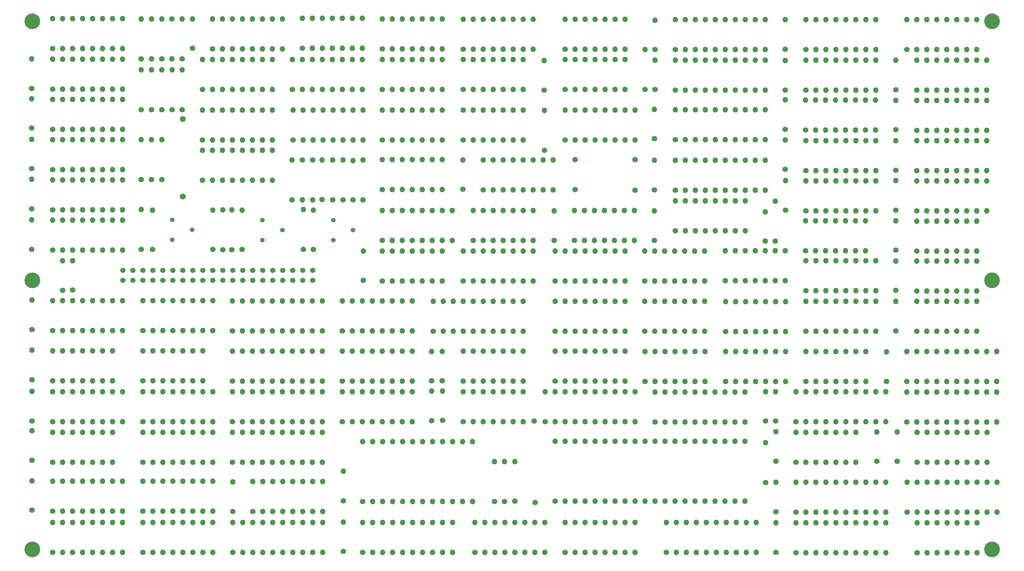
<source format=gbr>
%TF.GenerationSoftware,KiCad,Pcbnew,(5.1.12)-1*%
%TF.CreationDate,2023-01-17T10:45:45+01:00*%
%TF.ProjectId,Graphics,47726170-6869-4637-932e-6b696361645f,rev?*%
%TF.SameCoordinates,Original*%
%TF.FileFunction,Soldermask,Top*%
%TF.FilePolarity,Negative*%
%FSLAX46Y46*%
G04 Gerber Fmt 4.6, Leading zero omitted, Abs format (unit mm)*
G04 Created by KiCad (PCBNEW (5.1.12)-1) date 2023-01-17 10:45:45*
%MOMM*%
%LPD*%
G01*
G04 APERTURE LIST*
%ADD10O,1.400000X1.400000*%
%ADD11C,1.400000*%
%ADD12O,1.200000X1.200000*%
%ADD13C,1.350000*%
%ADD14C,4.000000*%
%ADD15C,1.500000*%
G04 APERTURE END LIST*
D10*
%TO.C,R18*%
X55300000Y-53640000D03*
D11*
X55300000Y-63800000D03*
%TD*%
D10*
%TO.C,U85*%
X111550000Y-130560000D03*
X139490000Y-145800000D03*
X114090000Y-130560000D03*
X136950000Y-145800000D03*
X116630000Y-130560000D03*
X134410000Y-145800000D03*
X119170000Y-130560000D03*
X131870000Y-145800000D03*
X121710000Y-130560000D03*
X129330000Y-145800000D03*
X124250000Y-130560000D03*
X126790000Y-145800000D03*
X126790000Y-130560000D03*
X124250000Y-145800000D03*
X129330000Y-130560000D03*
X121710000Y-145800000D03*
X131870000Y-130560000D03*
X119170000Y-145800000D03*
X134410000Y-130560000D03*
X116630000Y-145800000D03*
X136950000Y-130560000D03*
X114090000Y-145800000D03*
X139490000Y-130560000D03*
D11*
X111550000Y-145800000D03*
%TD*%
D12*
%TO.C,Q3*%
X63200000Y-74020000D03*
X68240000Y-76560000D03*
X63200000Y-79100000D03*
%TD*%
%TO.C,Q2*%
X86110000Y-74120000D03*
X91150000Y-76660000D03*
X86110000Y-79200000D03*
%TD*%
%TO.C,Q1*%
X104100000Y-74120000D03*
X109140000Y-76660000D03*
X104100000Y-79200000D03*
%TD*%
D13*
%TO.C,J1*%
X50590000Y-89500000D03*
X50590000Y-86960000D03*
X53130000Y-89500000D03*
X53130000Y-86960000D03*
X55670000Y-89500000D03*
X55670000Y-86960000D03*
X58210000Y-89500000D03*
X58210000Y-86960000D03*
X60750000Y-89500000D03*
X60750000Y-86960000D03*
X63290000Y-89500000D03*
X63290000Y-86960000D03*
X65830000Y-89500000D03*
X65830000Y-86960000D03*
X68370000Y-89500000D03*
X68370000Y-86960000D03*
X70910000Y-89500000D03*
X70910000Y-86960000D03*
X73450000Y-89500000D03*
X73450000Y-86960000D03*
X75990000Y-89500000D03*
X75990000Y-86960000D03*
X78530000Y-89500000D03*
X78530000Y-86960000D03*
X81070000Y-89500000D03*
X81070000Y-86960000D03*
X83610000Y-89500000D03*
X83610000Y-86960000D03*
X86150000Y-89500000D03*
X86150000Y-86960000D03*
X88690000Y-89500000D03*
X88690000Y-86960000D03*
X91230000Y-89500000D03*
X91230000Y-86960000D03*
X93770000Y-89500000D03*
X93770000Y-86960000D03*
X96310000Y-89500000D03*
X96310000Y-86960000D03*
X98850000Y-89500000D03*
X98850000Y-86960000D03*
%TD*%
D11*
%TO.C,C50*%
X155420000Y-146040000D03*
X155200000Y-125300000D03*
%TD*%
%TO.C,U31*%
X180820000Y-66540000D03*
X180830000Y-58750000D03*
X165590000Y-58750000D03*
X165590000Y-66370000D03*
%TD*%
D10*
%TO.C,U84*%
X160500000Y-130460000D03*
X208760000Y-145700000D03*
X163040000Y-130460000D03*
X206220000Y-145700000D03*
X165580000Y-130460000D03*
X203680000Y-145700000D03*
X168120000Y-130460000D03*
X201140000Y-145700000D03*
X170660000Y-130460000D03*
X198600000Y-145700000D03*
X173200000Y-130460000D03*
X196060000Y-145700000D03*
X175740000Y-130460000D03*
X193520000Y-145700000D03*
X178280000Y-130460000D03*
X190980000Y-145700000D03*
X180820000Y-130460000D03*
X188440000Y-145700000D03*
X183360000Y-130460000D03*
X185900000Y-145700000D03*
X185900000Y-130460000D03*
X183360000Y-145700000D03*
X188440000Y-130460000D03*
X180820000Y-145700000D03*
X190980000Y-130460000D03*
X178280000Y-145700000D03*
X193520000Y-130460000D03*
X175740000Y-145700000D03*
X196060000Y-130460000D03*
X173200000Y-145700000D03*
X198600000Y-130460000D03*
X170660000Y-145700000D03*
X201140000Y-130460000D03*
X168120000Y-145700000D03*
X203680000Y-130460000D03*
X165580000Y-145700000D03*
X206220000Y-130460000D03*
X163040000Y-145700000D03*
X208760000Y-130460000D03*
D11*
X160500000Y-145700000D03*
%TD*%
D10*
%TO.C,U90*%
X221730000Y-140880000D03*
X244590000Y-148500000D03*
X224270000Y-140880000D03*
X242050000Y-148500000D03*
X226810000Y-140880000D03*
X239510000Y-148500000D03*
X229350000Y-140880000D03*
X236970000Y-148500000D03*
X231890000Y-140880000D03*
X234430000Y-148500000D03*
X234430000Y-140880000D03*
X231890000Y-148500000D03*
X236970000Y-140880000D03*
X229350000Y-148500000D03*
X239510000Y-140880000D03*
X226810000Y-148500000D03*
X242050000Y-140880000D03*
X224270000Y-148500000D03*
X244590000Y-140880000D03*
D11*
X221730000Y-148500000D03*
%TD*%
D10*
%TO.C,U19*%
X252500000Y-43630000D03*
X270280000Y-51250000D03*
X255040000Y-43630000D03*
X267740000Y-51250000D03*
X257580000Y-43630000D03*
X265200000Y-51250000D03*
X260120000Y-43630000D03*
X262660000Y-51250000D03*
X262660000Y-43630000D03*
X260120000Y-51250000D03*
X265200000Y-43630000D03*
X257580000Y-51250000D03*
X267740000Y-43630000D03*
X255040000Y-51250000D03*
X270280000Y-43630000D03*
D11*
X252500000Y-51250000D03*
%TD*%
D10*
%TO.C,U1*%
X249950000Y-23080000D03*
X267730000Y-30700000D03*
X252490000Y-23080000D03*
X265190000Y-30700000D03*
X255030000Y-23080000D03*
X262650000Y-30700000D03*
X257570000Y-23080000D03*
X260110000Y-30700000D03*
X260110000Y-23080000D03*
X257570000Y-30700000D03*
X262650000Y-23080000D03*
X255030000Y-30700000D03*
X265190000Y-23080000D03*
X252490000Y-30700000D03*
X267730000Y-23080000D03*
D11*
X249950000Y-30700000D03*
%TD*%
D10*
%TO.C,U2*%
X224250000Y-23080000D03*
X242030000Y-30700000D03*
X226790000Y-23080000D03*
X239490000Y-30700000D03*
X229330000Y-23080000D03*
X236950000Y-30700000D03*
X231870000Y-23080000D03*
X234410000Y-30700000D03*
X234410000Y-23080000D03*
X231870000Y-30700000D03*
X236950000Y-23080000D03*
X229330000Y-30700000D03*
X239490000Y-23080000D03*
X226790000Y-30700000D03*
X242030000Y-23080000D03*
D11*
X224250000Y-30700000D03*
%TD*%
D10*
%TO.C,C1*%
X219050000Y-23080000D03*
D11*
X219050000Y-30580000D03*
%TD*%
D14*
%TO.C,REF2*%
X27590000Y-89500000D03*
%TD*%
%TO.C,REF2*%
X271590000Y-89500000D03*
%TD*%
D10*
%TO.C,U21*%
X191070000Y-46070000D03*
X213930000Y-53690000D03*
X193610000Y-46070000D03*
X211390000Y-53690000D03*
X196150000Y-46070000D03*
X208850000Y-53690000D03*
X198690000Y-46070000D03*
X206310000Y-53690000D03*
X201230000Y-46070000D03*
X203770000Y-53690000D03*
X203770000Y-46070000D03*
X201230000Y-53690000D03*
X206310000Y-46070000D03*
X198690000Y-53690000D03*
X208850000Y-46070000D03*
X196150000Y-53690000D03*
X211390000Y-46070000D03*
X193610000Y-53690000D03*
X213930000Y-46070000D03*
D11*
X191070000Y-53690000D03*
%TD*%
D10*
%TO.C,U12*%
X191070000Y-33400000D03*
X213930000Y-41020000D03*
X193610000Y-33400000D03*
X211390000Y-41020000D03*
X196150000Y-33400000D03*
X208850000Y-41020000D03*
X198690000Y-33400000D03*
X206310000Y-41020000D03*
X201230000Y-33400000D03*
X203770000Y-41020000D03*
X203770000Y-33400000D03*
X201230000Y-41020000D03*
X206310000Y-33400000D03*
X198690000Y-41020000D03*
X208850000Y-33400000D03*
X196150000Y-41020000D03*
X211390000Y-33400000D03*
X193610000Y-41020000D03*
X213930000Y-33400000D03*
D11*
X191070000Y-41020000D03*
%TD*%
D10*
%TO.C,U30*%
X191070000Y-58870000D03*
X213930000Y-66490000D03*
X193610000Y-58870000D03*
X211390000Y-66490000D03*
X196150000Y-58870000D03*
X208850000Y-66490000D03*
X198690000Y-58870000D03*
X206310000Y-66490000D03*
X201230000Y-58870000D03*
X203770000Y-66490000D03*
X203770000Y-58870000D03*
X201230000Y-66490000D03*
X206310000Y-58870000D03*
X198690000Y-66490000D03*
X208850000Y-58870000D03*
X196150000Y-66490000D03*
X211390000Y-58870000D03*
X193610000Y-66490000D03*
X213930000Y-58870000D03*
D11*
X191070000Y-66490000D03*
%TD*%
D10*
%TO.C,U3*%
X191070000Y-23100000D03*
X213930000Y-30720000D03*
X193610000Y-23100000D03*
X211390000Y-30720000D03*
X196150000Y-23100000D03*
X208850000Y-30720000D03*
X198690000Y-23100000D03*
X206310000Y-30720000D03*
X201230000Y-23100000D03*
X203770000Y-30720000D03*
X203770000Y-23100000D03*
X201230000Y-30720000D03*
X206310000Y-23100000D03*
X198690000Y-30720000D03*
X208850000Y-23100000D03*
X196150000Y-30720000D03*
X211390000Y-23100000D03*
X193610000Y-30720000D03*
X213930000Y-23100000D03*
D11*
X191070000Y-30720000D03*
%TD*%
D10*
%TO.C,U11*%
X224250000Y-33380000D03*
X242030000Y-41000000D03*
X226790000Y-33380000D03*
X239490000Y-41000000D03*
X229330000Y-33380000D03*
X236950000Y-41000000D03*
X231870000Y-33380000D03*
X234410000Y-41000000D03*
X234410000Y-33380000D03*
X231870000Y-41000000D03*
X236950000Y-33380000D03*
X229330000Y-41000000D03*
X239490000Y-33380000D03*
X226790000Y-41000000D03*
X242030000Y-33380000D03*
D11*
X224250000Y-41000000D03*
%TD*%
D10*
%TO.C,U36*%
X252500000Y-64130000D03*
X270280000Y-71750000D03*
X255040000Y-64130000D03*
X267740000Y-71750000D03*
X257580000Y-64130000D03*
X265200000Y-71750000D03*
X260120000Y-64130000D03*
X262660000Y-71750000D03*
X262660000Y-64130000D03*
X260120000Y-71750000D03*
X265200000Y-64130000D03*
X257580000Y-71750000D03*
X267740000Y-64130000D03*
X255040000Y-71750000D03*
X270280000Y-64130000D03*
D11*
X252500000Y-71750000D03*
%TD*%
D10*
%TO.C,U29*%
X224250000Y-53880000D03*
X242030000Y-61500000D03*
X226790000Y-53880000D03*
X239490000Y-61500000D03*
X229330000Y-53880000D03*
X236950000Y-61500000D03*
X231870000Y-53880000D03*
X234410000Y-61500000D03*
X234410000Y-53880000D03*
X231870000Y-61500000D03*
X236950000Y-53880000D03*
X229330000Y-61500000D03*
X239490000Y-53880000D03*
X226790000Y-61500000D03*
X242030000Y-53880000D03*
D11*
X224250000Y-61500000D03*
%TD*%
D10*
%TO.C,U37*%
X224250000Y-64130000D03*
X242030000Y-71750000D03*
X226790000Y-64130000D03*
X239490000Y-71750000D03*
X229330000Y-64130000D03*
X236950000Y-71750000D03*
X231870000Y-64130000D03*
X234410000Y-71750000D03*
X234410000Y-64130000D03*
X231870000Y-71750000D03*
X236950000Y-64130000D03*
X229330000Y-71750000D03*
X239490000Y-64130000D03*
X226790000Y-71750000D03*
X242030000Y-64130000D03*
D11*
X224250000Y-71750000D03*
%TD*%
D10*
%TO.C,U10*%
X252500000Y-33380000D03*
X270280000Y-41000000D03*
X255040000Y-33380000D03*
X267740000Y-41000000D03*
X257580000Y-33380000D03*
X265200000Y-41000000D03*
X260120000Y-33380000D03*
X262660000Y-41000000D03*
X262660000Y-33380000D03*
X260120000Y-41000000D03*
X265200000Y-33380000D03*
X257580000Y-41000000D03*
X267740000Y-33380000D03*
X255040000Y-41000000D03*
X270280000Y-33380000D03*
D11*
X252500000Y-41000000D03*
%TD*%
D10*
%TO.C,U28*%
X252500000Y-53880000D03*
X270280000Y-61500000D03*
X255040000Y-53880000D03*
X267740000Y-61500000D03*
X257580000Y-53880000D03*
X265200000Y-61500000D03*
X260120000Y-53880000D03*
X262660000Y-61500000D03*
X262660000Y-53880000D03*
X260120000Y-61500000D03*
X265200000Y-53880000D03*
X257580000Y-61500000D03*
X267740000Y-53880000D03*
X255040000Y-61500000D03*
X270280000Y-53880000D03*
D11*
X252500000Y-61500000D03*
%TD*%
D14*
%TO.C,REF4*%
X27590000Y-158000000D03*
%TD*%
%TO.C,REF3*%
X27590000Y-23500000D03*
%TD*%
%TO.C,REF2*%
X271590000Y-23500000D03*
%TD*%
%TO.C,REF1*%
X271590000Y-158000000D03*
%TD*%
D10*
%TO.C,C2*%
X185890000Y-23240000D03*
D11*
X185890000Y-30740000D03*
%TD*%
D10*
%TO.C,C3*%
X68300000Y-22900000D03*
D11*
X68300000Y-30400000D03*
%TD*%
D10*
%TO.C,C4*%
X247140000Y-33420000D03*
D11*
X247140000Y-40920000D03*
%TD*%
D10*
%TO.C,C5*%
X219000000Y-33500000D03*
D11*
X219000000Y-41000000D03*
%TD*%
D10*
%TO.C,C6*%
X185900000Y-33400000D03*
D11*
X185900000Y-40900000D03*
%TD*%
D10*
%TO.C,C7*%
X157700000Y-33500000D03*
D11*
X157700000Y-41000000D03*
%TD*%
D10*
%TO.C,C8*%
X27475000Y-33075000D03*
D11*
X27475000Y-40575000D03*
%TD*%
D10*
%TO.C,C9*%
X247150000Y-43650000D03*
D11*
X247150000Y-51150000D03*
%TD*%
D10*
%TO.C,C10*%
X219000000Y-43500000D03*
D11*
X219000000Y-51000000D03*
%TD*%
D10*
%TO.C,C11*%
X185800000Y-45910000D03*
D11*
X185800000Y-53410000D03*
%TD*%
D10*
%TO.C,C12*%
X27450000Y-43225000D03*
D11*
X27450000Y-50725000D03*
%TD*%
D10*
%TO.C,C13*%
X247150000Y-53900000D03*
D11*
X247150000Y-61400000D03*
%TD*%
D10*
%TO.C,C14*%
X219000000Y-53700000D03*
D11*
X219000000Y-61200000D03*
%TD*%
D10*
%TO.C,C15*%
X185800000Y-58900000D03*
D11*
X185800000Y-66400000D03*
%TD*%
D10*
%TO.C,C16*%
X137100000Y-58780000D03*
D11*
X137100000Y-66280000D03*
%TD*%
D10*
%TO.C,C17*%
X109100000Y-59000000D03*
D11*
X109100000Y-69000000D03*
%TD*%
D10*
%TO.C,C18*%
X101290000Y-58850000D03*
D11*
X101290000Y-68850000D03*
%TD*%
D10*
%TO.C,C19*%
X27475000Y-53550000D03*
D11*
X27475000Y-61050000D03*
%TD*%
D10*
%TO.C,C20*%
X27475000Y-63750000D03*
D11*
X27475000Y-71250000D03*
%TD*%
D10*
%TO.C,C21*%
X247160000Y-64080000D03*
D11*
X247160000Y-71580000D03*
%TD*%
D10*
%TO.C,C22*%
X219100000Y-64100000D03*
D11*
X219100000Y-71600000D03*
%TD*%
D10*
%TO.C,C23*%
X213960000Y-71990000D03*
D11*
X213960000Y-79490000D03*
%TD*%
D10*
%TO.C,C24*%
X185800000Y-71800000D03*
D11*
X185800000Y-79300000D03*
%TD*%
D10*
%TO.C,C25*%
X160300000Y-71800000D03*
D11*
X160300000Y-79300000D03*
%TD*%
D10*
%TO.C,C27*%
X80910000Y-71590000D03*
D11*
X80910000Y-81590000D03*
%TD*%
D10*
%TO.C,C29*%
X58170000Y-71610000D03*
D11*
X58170000Y-81610000D03*
%TD*%
D10*
%TO.C,C30*%
X27475000Y-74075000D03*
D11*
X27475000Y-81575000D03*
%TD*%
D10*
%TO.C,C31*%
X247140000Y-74300000D03*
D11*
X247140000Y-81800000D03*
%TD*%
D10*
%TO.C,C32*%
X247130000Y-84520000D03*
D11*
X247130000Y-92020000D03*
%TD*%
D10*
%TO.C,C33*%
X111800000Y-82000000D03*
D11*
X111800000Y-89500000D03*
%TD*%
D10*
%TO.C,C34*%
X37840000Y-84460000D03*
D11*
X37840000Y-91960000D03*
%TD*%
D10*
%TO.C,C35*%
X35290000Y-84470000D03*
D11*
X35290000Y-91970000D03*
%TD*%
D10*
%TO.C,C36*%
X247140000Y-94800000D03*
D11*
X247140000Y-102300000D03*
%TD*%
D10*
%TO.C,C37*%
X27500000Y-94500000D03*
D11*
X27500000Y-102000000D03*
%TD*%
D10*
%TO.C,C38*%
X244800000Y-107700000D03*
D11*
X244800000Y-115200000D03*
%TD*%
D10*
%TO.C,C39*%
X131860000Y-107570000D03*
D11*
X131860000Y-115070000D03*
%TD*%
D10*
%TO.C,C40*%
X129130000Y-107570000D03*
D11*
X129130000Y-115070000D03*
%TD*%
D10*
%TO.C,C41*%
X27500000Y-107250000D03*
D11*
X27500000Y-114750000D03*
%TD*%
D10*
%TO.C,C42*%
X216620000Y-117790000D03*
D11*
X216620000Y-125290000D03*
%TD*%
D10*
%TO.C,C43*%
X214050000Y-117790000D03*
D11*
X214050000Y-125290000D03*
%TD*%
D10*
%TO.C,C44*%
X131890000Y-117640000D03*
D11*
X131890000Y-125140000D03*
%TD*%
D10*
%TO.C,C45*%
X129140000Y-117660000D03*
D11*
X129140000Y-125160000D03*
%TD*%
D10*
%TO.C,C46*%
X27500000Y-117750000D03*
D11*
X27500000Y-125250000D03*
%TD*%
D10*
%TO.C,C47*%
X247460000Y-128040000D03*
D11*
X247460000Y-135540000D03*
%TD*%
D10*
%TO.C,C48*%
X242310000Y-128050000D03*
D11*
X242310000Y-135550000D03*
%TD*%
D10*
%TO.C,C49*%
X216650000Y-128030000D03*
D11*
X216650000Y-135530000D03*
%TD*%
D10*
%TO.C,C51*%
X150280000Y-135650000D03*
D11*
X150280000Y-145650000D03*
%TD*%
D10*
%TO.C,C52*%
X106670000Y-138100000D03*
D11*
X106670000Y-145600000D03*
%TD*%
D10*
%TO.C,C53*%
X78600000Y-140810000D03*
D11*
X78600000Y-148310000D03*
%TD*%
D10*
%TO.C,C54*%
X27500000Y-140500000D03*
D11*
X27500000Y-148000000D03*
%TD*%
D10*
%TO.C,C55*%
X216640000Y-140890000D03*
D11*
X216640000Y-148390000D03*
%TD*%
D10*
%TO.C,C56*%
X216670000Y-151190000D03*
D11*
X216670000Y-158690000D03*
%TD*%
D10*
%TO.C,C57*%
X106700000Y-151000000D03*
D11*
X106700000Y-158500000D03*
%TD*%
D10*
%TO.C,C58*%
X27500000Y-127750000D03*
D11*
X27500000Y-135250000D03*
%TD*%
D10*
%TO.C,D1*%
X98900000Y-69010000D03*
D11*
X98900000Y-58850000D03*
%TD*%
D10*
%TO.C,D2*%
X96300000Y-69010000D03*
D11*
X96300000Y-58850000D03*
%TD*%
D10*
%TO.C,U89*%
X249990000Y-140880000D03*
X272850000Y-148500000D03*
X252530000Y-140880000D03*
X270310000Y-148500000D03*
X255070000Y-140880000D03*
X267770000Y-148500000D03*
X257610000Y-140880000D03*
X265230000Y-148500000D03*
X260150000Y-140880000D03*
X262690000Y-148500000D03*
X262690000Y-140880000D03*
X260150000Y-148500000D03*
X265230000Y-140880000D03*
X257610000Y-148500000D03*
X267770000Y-140880000D03*
X255070000Y-148500000D03*
X270310000Y-140880000D03*
X252530000Y-148500000D03*
X272850000Y-140880000D03*
D11*
X249990000Y-148500000D03*
%TD*%
D10*
%TO.C,R1*%
X65700000Y-22940000D03*
D11*
X65700000Y-33100000D03*
%TD*%
D10*
%TO.C,R2*%
X63090000Y-33100000D03*
D11*
X63090000Y-22940000D03*
%TD*%
D10*
%TO.C,R3*%
X60500000Y-22940000D03*
D11*
X60500000Y-33100000D03*
%TD*%
D10*
%TO.C,R4*%
X57900000Y-22940000D03*
D11*
X57900000Y-33100000D03*
%TD*%
D10*
%TO.C,R5*%
X55300000Y-22940000D03*
D11*
X55300000Y-33100000D03*
%TD*%
D10*
%TO.C,R6*%
X183400000Y-30740000D03*
D11*
X183400000Y-40900000D03*
%TD*%
D10*
%TO.C,R7*%
X65700000Y-35840000D03*
D11*
X65700000Y-46000000D03*
%TD*%
D10*
%TO.C,R8*%
X63170000Y-35840000D03*
D11*
X63170000Y-46000000D03*
%TD*%
D10*
%TO.C,R9*%
X60510000Y-35840000D03*
D11*
X60510000Y-46000000D03*
%TD*%
D10*
%TO.C,R10*%
X57900000Y-35840000D03*
D11*
X57900000Y-46000000D03*
%TD*%
D10*
%TO.C,R11*%
X55300000Y-35840000D03*
D11*
X55300000Y-46000000D03*
%TD*%
D10*
%TO.C,R12*%
X111700000Y-58840000D03*
D11*
X111700000Y-69000000D03*
%TD*%
D10*
%TO.C,R13*%
X106600000Y-58850000D03*
D11*
X106600000Y-69010000D03*
%TD*%
D10*
%TO.C,R14*%
X104000000Y-58850000D03*
D11*
X104000000Y-69010000D03*
%TD*%
D10*
%TO.C,R15*%
X93600000Y-58850000D03*
D11*
X93600000Y-69010000D03*
%TD*%
D10*
%TO.C,R16*%
X60560000Y-53640000D03*
D11*
X60560000Y-63800000D03*
%TD*%
D10*
%TO.C,R17*%
X57900000Y-53640000D03*
D11*
X57900000Y-63800000D03*
%TD*%
D10*
%TO.C,R19*%
X157810000Y-46160000D03*
D11*
X157810000Y-56320000D03*
%TD*%
D10*
%TO.C,R20*%
X55320000Y-71450000D03*
D11*
X55320000Y-81610000D03*
%TD*%
D10*
%TO.C,R21*%
X216500000Y-69340000D03*
D11*
X216500000Y-79500000D03*
%TD*%
D10*
%TO.C,R22*%
X96510000Y-71420000D03*
D11*
X96510000Y-81580000D03*
%TD*%
D10*
%TO.C,R23*%
X78300000Y-71540000D03*
D11*
X78300000Y-81700000D03*
%TD*%
D10*
%TO.C,R24*%
X76020000Y-71550000D03*
D11*
X76020000Y-81710000D03*
%TD*%
D10*
%TO.C,R26*%
X214080000Y-130740000D03*
D11*
X214080000Y-140900000D03*
%TD*%
D10*
%TO.C,R27*%
X147700000Y-135640000D03*
D11*
X147700000Y-145800000D03*
%TD*%
D10*
%TO.C,R28*%
X145100000Y-135640000D03*
D11*
X145100000Y-145800000D03*
%TD*%
D15*
%TO.C,R29*%
X65900000Y-48400000D03*
X65900000Y-68100000D03*
%TD*%
D10*
%TO.C,U4*%
X163030000Y-22970000D03*
X178270000Y-30590000D03*
X165570000Y-22970000D03*
X175730000Y-30590000D03*
X168110000Y-22970000D03*
X173190000Y-30590000D03*
X170650000Y-22970000D03*
X170650000Y-30590000D03*
X173190000Y-22970000D03*
X168110000Y-30590000D03*
X175730000Y-22970000D03*
X165570000Y-30590000D03*
X178270000Y-22970000D03*
D11*
X163030000Y-30590000D03*
%TD*%
D10*
%TO.C,U5*%
X137140000Y-22980000D03*
X154920000Y-30600000D03*
X139680000Y-22980000D03*
X152380000Y-30600000D03*
X142220000Y-22980000D03*
X149840000Y-30600000D03*
X144760000Y-22980000D03*
X147300000Y-30600000D03*
X147300000Y-22980000D03*
X144760000Y-30600000D03*
X149840000Y-22980000D03*
X142220000Y-30600000D03*
X152380000Y-22980000D03*
X139680000Y-30600000D03*
X154920000Y-22980000D03*
D11*
X137140000Y-30600000D03*
%TD*%
D10*
%TO.C,U6*%
X116610000Y-22880000D03*
X131850000Y-30500000D03*
X119150000Y-22880000D03*
X129310000Y-30500000D03*
X121690000Y-22880000D03*
X126770000Y-30500000D03*
X124230000Y-22880000D03*
X124230000Y-30500000D03*
X126770000Y-22880000D03*
X121690000Y-30500000D03*
X129310000Y-22880000D03*
X119150000Y-30500000D03*
X131850000Y-22880000D03*
D11*
X116610000Y-30500000D03*
%TD*%
D10*
%TO.C,U7*%
X96300000Y-22780000D03*
X111540000Y-30400000D03*
X98840000Y-22780000D03*
X109000000Y-30400000D03*
X101380000Y-22780000D03*
X106460000Y-30400000D03*
X103920000Y-22780000D03*
X103920000Y-30400000D03*
X106460000Y-22780000D03*
X101380000Y-30400000D03*
X109000000Y-22780000D03*
X98840000Y-30400000D03*
X111540000Y-22780000D03*
D11*
X96300000Y-30400000D03*
%TD*%
D10*
%TO.C,U9*%
X32750000Y-22820000D03*
X50530000Y-30440000D03*
X35290000Y-22820000D03*
X47990000Y-30440000D03*
X37830000Y-22820000D03*
X45450000Y-30440000D03*
X40370000Y-22820000D03*
X42910000Y-30440000D03*
X42910000Y-22820000D03*
X40370000Y-30440000D03*
X45450000Y-22820000D03*
X37830000Y-30440000D03*
X47990000Y-22820000D03*
X35290000Y-30440000D03*
X50530000Y-22820000D03*
D11*
X32750000Y-30440000D03*
%TD*%
D10*
%TO.C,U13*%
X163030000Y-33280000D03*
X178270000Y-40900000D03*
X165570000Y-33280000D03*
X175730000Y-40900000D03*
X168110000Y-33280000D03*
X173190000Y-40900000D03*
X170650000Y-33280000D03*
X170650000Y-40900000D03*
X173190000Y-33280000D03*
X168110000Y-40900000D03*
X175730000Y-33280000D03*
X165570000Y-40900000D03*
X178270000Y-33280000D03*
D11*
X163030000Y-40900000D03*
%TD*%
D10*
%TO.C,U14*%
X137140000Y-33280000D03*
X152380000Y-40900000D03*
X139680000Y-33280000D03*
X149840000Y-40900000D03*
X142220000Y-33280000D03*
X147300000Y-40900000D03*
X144760000Y-33280000D03*
X144760000Y-40900000D03*
X147300000Y-33280000D03*
X142220000Y-40900000D03*
X149840000Y-33280000D03*
X139680000Y-40900000D03*
X152380000Y-33280000D03*
D11*
X137140000Y-40900000D03*
%TD*%
D10*
%TO.C,U15*%
X116610000Y-33280000D03*
X131850000Y-40900000D03*
X119150000Y-33280000D03*
X129310000Y-40900000D03*
X121690000Y-33280000D03*
X126770000Y-40900000D03*
X124230000Y-33280000D03*
X124230000Y-40900000D03*
X126770000Y-33280000D03*
X121690000Y-40900000D03*
X129310000Y-33280000D03*
X119150000Y-40900000D03*
X131850000Y-33280000D03*
D11*
X116610000Y-40900000D03*
%TD*%
D10*
%TO.C,U16*%
X93760000Y-33280000D03*
X111540000Y-40900000D03*
X96300000Y-33280000D03*
X109000000Y-40900000D03*
X98840000Y-33280000D03*
X106460000Y-40900000D03*
X101380000Y-33280000D03*
X103920000Y-40900000D03*
X103920000Y-33280000D03*
X101380000Y-40900000D03*
X106460000Y-33280000D03*
X98840000Y-40900000D03*
X109000000Y-33280000D03*
X96300000Y-40900000D03*
X111540000Y-33280000D03*
D11*
X93760000Y-40900000D03*
%TD*%
D10*
%TO.C,U17*%
X70880000Y-33280000D03*
X88660000Y-40900000D03*
X73420000Y-33280000D03*
X86120000Y-40900000D03*
X75960000Y-33280000D03*
X83580000Y-40900000D03*
X78500000Y-33280000D03*
X81040000Y-40900000D03*
X81040000Y-33280000D03*
X78500000Y-40900000D03*
X83580000Y-33280000D03*
X75960000Y-40900000D03*
X86120000Y-33280000D03*
X73420000Y-40900000D03*
X88660000Y-33280000D03*
D11*
X70880000Y-40900000D03*
%TD*%
D10*
%TO.C,U18*%
X32760000Y-33160000D03*
X50540000Y-40780000D03*
X35300000Y-33160000D03*
X48000000Y-40780000D03*
X37840000Y-33160000D03*
X45460000Y-40780000D03*
X40380000Y-33160000D03*
X42920000Y-40780000D03*
X42920000Y-33160000D03*
X40380000Y-40780000D03*
X45460000Y-33160000D03*
X37840000Y-40780000D03*
X48000000Y-33160000D03*
X35300000Y-40780000D03*
X50540000Y-33160000D03*
D11*
X32760000Y-40780000D03*
%TD*%
D10*
%TO.C,U20*%
X224240000Y-43600000D03*
X242020000Y-51220000D03*
X226780000Y-43600000D03*
X239480000Y-51220000D03*
X229320000Y-43600000D03*
X236940000Y-51220000D03*
X231860000Y-43600000D03*
X234400000Y-51220000D03*
X234400000Y-43600000D03*
X231860000Y-51220000D03*
X236940000Y-43600000D03*
X229320000Y-51220000D03*
X239480000Y-43600000D03*
X226780000Y-51220000D03*
X242020000Y-43600000D03*
D11*
X224240000Y-51220000D03*
%TD*%
D10*
%TO.C,U22*%
X163030000Y-46080000D03*
X180810000Y-53700000D03*
X165570000Y-46080000D03*
X178270000Y-53700000D03*
X168110000Y-46080000D03*
X175730000Y-53700000D03*
X170650000Y-46080000D03*
X173190000Y-53700000D03*
X173190000Y-46080000D03*
X170650000Y-53700000D03*
X175730000Y-46080000D03*
X168110000Y-53700000D03*
X178270000Y-46080000D03*
X165570000Y-53700000D03*
X180810000Y-46080000D03*
D11*
X163030000Y-53700000D03*
%TD*%
D10*
%TO.C,U23*%
X137140000Y-46080000D03*
X152380000Y-53700000D03*
X139680000Y-46080000D03*
X149840000Y-53700000D03*
X142220000Y-46080000D03*
X147300000Y-53700000D03*
X144760000Y-46080000D03*
X144760000Y-53700000D03*
X147300000Y-46080000D03*
X142220000Y-53700000D03*
X149840000Y-46080000D03*
X139680000Y-53700000D03*
X152380000Y-46080000D03*
D11*
X137140000Y-53700000D03*
%TD*%
D10*
%TO.C,U24*%
X116610000Y-46080000D03*
X131850000Y-53700000D03*
X119150000Y-46080000D03*
X129310000Y-53700000D03*
X121690000Y-46080000D03*
X126770000Y-53700000D03*
X124230000Y-46080000D03*
X124230000Y-53700000D03*
X126770000Y-46080000D03*
X121690000Y-53700000D03*
X129310000Y-46080000D03*
X119150000Y-53700000D03*
X131850000Y-46080000D03*
D11*
X116610000Y-53700000D03*
%TD*%
D10*
%TO.C,U25*%
X93900000Y-46080000D03*
X111680000Y-53700000D03*
X96440000Y-46080000D03*
X109140000Y-53700000D03*
X98980000Y-46080000D03*
X106600000Y-53700000D03*
X101520000Y-46080000D03*
X104060000Y-53700000D03*
X104060000Y-46080000D03*
X101520000Y-53700000D03*
X106600000Y-46080000D03*
X98980000Y-53700000D03*
X109140000Y-46080000D03*
X96440000Y-53700000D03*
X111680000Y-46080000D03*
D11*
X93900000Y-53700000D03*
%TD*%
D10*
%TO.C,U26*%
X70880000Y-46080000D03*
X88660000Y-53700000D03*
X73420000Y-46080000D03*
X86120000Y-53700000D03*
X75960000Y-46080000D03*
X83580000Y-53700000D03*
X78500000Y-46080000D03*
X81040000Y-53700000D03*
X81040000Y-46080000D03*
X78500000Y-53700000D03*
X83580000Y-46080000D03*
X75960000Y-53700000D03*
X86120000Y-46080000D03*
X73420000Y-53700000D03*
X88660000Y-46080000D03*
D11*
X70880000Y-53700000D03*
%TD*%
D10*
%TO.C,U27*%
X32740000Y-43440000D03*
X50520000Y-51060000D03*
X35280000Y-43440000D03*
X47980000Y-51060000D03*
X37820000Y-43440000D03*
X45440000Y-51060000D03*
X40360000Y-43440000D03*
X42900000Y-51060000D03*
X42900000Y-43440000D03*
X40360000Y-51060000D03*
X45440000Y-43440000D03*
X37820000Y-51060000D03*
X47980000Y-43440000D03*
X35280000Y-51060000D03*
X50520000Y-43440000D03*
D11*
X32740000Y-51060000D03*
%TD*%
D10*
%TO.C,U32*%
X142210000Y-58780000D03*
X159990000Y-66400000D03*
X144750000Y-58780000D03*
X157450000Y-66400000D03*
X147290000Y-58780000D03*
X154910000Y-66400000D03*
X149830000Y-58780000D03*
X152370000Y-66400000D03*
X152370000Y-58780000D03*
X149830000Y-66400000D03*
X154910000Y-58780000D03*
X147290000Y-66400000D03*
X157450000Y-58780000D03*
X144750000Y-66400000D03*
X159990000Y-58780000D03*
D11*
X142210000Y-66400000D03*
%TD*%
D10*
%TO.C,U33*%
X116610000Y-58760000D03*
X131850000Y-66380000D03*
X119150000Y-58760000D03*
X129310000Y-66380000D03*
X121690000Y-58760000D03*
X126770000Y-66380000D03*
X124230000Y-58760000D03*
X124230000Y-66380000D03*
X126770000Y-58760000D03*
X121690000Y-66380000D03*
X129310000Y-58760000D03*
X119150000Y-66380000D03*
X131850000Y-58760000D03*
D11*
X116610000Y-66380000D03*
%TD*%
D10*
%TO.C,U34*%
X70870000Y-56400000D03*
X88650000Y-64020000D03*
X73410000Y-56400000D03*
X86110000Y-64020000D03*
X75950000Y-56400000D03*
X83570000Y-64020000D03*
X78490000Y-56400000D03*
X81030000Y-64020000D03*
X81030000Y-56400000D03*
X78490000Y-64020000D03*
X83570000Y-56400000D03*
X75950000Y-64020000D03*
X86110000Y-56400000D03*
X73410000Y-64020000D03*
X88650000Y-56400000D03*
D11*
X70870000Y-64020000D03*
%TD*%
D10*
%TO.C,U35*%
X32730000Y-53650000D03*
X50510000Y-61270000D03*
X35270000Y-53650000D03*
X47970000Y-61270000D03*
X37810000Y-53650000D03*
X45430000Y-61270000D03*
X40350000Y-53650000D03*
X42890000Y-61270000D03*
X42890000Y-53650000D03*
X40350000Y-61270000D03*
X45430000Y-53650000D03*
X37810000Y-61270000D03*
X47970000Y-53650000D03*
X35270000Y-61270000D03*
X50510000Y-53650000D03*
D11*
X32730000Y-61270000D03*
%TD*%
D10*
%TO.C,U38*%
X252500000Y-74380000D03*
X267740000Y-82000000D03*
X255040000Y-74380000D03*
X265200000Y-82000000D03*
X257580000Y-74380000D03*
X262660000Y-82000000D03*
X260120000Y-74380000D03*
X260120000Y-82000000D03*
X262660000Y-74380000D03*
X257580000Y-82000000D03*
X265200000Y-74380000D03*
X255040000Y-82000000D03*
X267740000Y-74380000D03*
D11*
X252500000Y-82000000D03*
%TD*%
D10*
%TO.C,U39*%
X224240000Y-74320000D03*
X239480000Y-81940000D03*
X226780000Y-74320000D03*
X236940000Y-81940000D03*
X229320000Y-74320000D03*
X234400000Y-81940000D03*
X231860000Y-74320000D03*
X231860000Y-81940000D03*
X234400000Y-74320000D03*
X229320000Y-81940000D03*
X236940000Y-74320000D03*
X226780000Y-81940000D03*
X239480000Y-74320000D03*
D11*
X224240000Y-81940000D03*
%TD*%
D10*
%TO.C,U40*%
X191080000Y-69210000D03*
X208860000Y-76830000D03*
X193620000Y-69210000D03*
X206320000Y-76830000D03*
X196160000Y-69210000D03*
X203780000Y-76830000D03*
X198700000Y-69210000D03*
X201240000Y-76830000D03*
X201240000Y-69210000D03*
X198700000Y-76830000D03*
X203780000Y-69210000D03*
X196160000Y-76830000D03*
X206320000Y-69210000D03*
X193620000Y-76830000D03*
X208860000Y-69210000D03*
D11*
X191080000Y-76830000D03*
%TD*%
D10*
%TO.C,U41*%
X165450000Y-71700000D03*
X180690000Y-79320000D03*
X167990000Y-71700000D03*
X178150000Y-79320000D03*
X170530000Y-71700000D03*
X175610000Y-79320000D03*
X173070000Y-71700000D03*
X173070000Y-79320000D03*
X175610000Y-71700000D03*
X170530000Y-79320000D03*
X178150000Y-71700000D03*
X167990000Y-79320000D03*
X180690000Y-71700000D03*
D11*
X165450000Y-79320000D03*
%TD*%
D10*
%TO.C,U42*%
X139680000Y-71680000D03*
X154920000Y-79300000D03*
X142220000Y-71680000D03*
X152380000Y-79300000D03*
X144760000Y-71680000D03*
X149840000Y-79300000D03*
X147300000Y-71680000D03*
X147300000Y-79300000D03*
X149840000Y-71680000D03*
X144760000Y-79300000D03*
X152380000Y-71680000D03*
X142220000Y-79300000D03*
X154920000Y-71680000D03*
D11*
X139680000Y-79300000D03*
%TD*%
D10*
%TO.C,U43*%
X116610000Y-71670000D03*
X134390000Y-79290000D03*
X119150000Y-71670000D03*
X131850000Y-79290000D03*
X121690000Y-71670000D03*
X129310000Y-79290000D03*
X124230000Y-71670000D03*
X126770000Y-79290000D03*
X126770000Y-71670000D03*
X124230000Y-79290000D03*
X129310000Y-71670000D03*
X121690000Y-79290000D03*
X131850000Y-71670000D03*
X119150000Y-79290000D03*
X134390000Y-71670000D03*
D11*
X116610000Y-79290000D03*
%TD*%
D10*
%TO.C,U44*%
X32750000Y-63920000D03*
X50530000Y-71540000D03*
X35290000Y-63920000D03*
X47990000Y-71540000D03*
X37830000Y-63920000D03*
X45450000Y-71540000D03*
X40370000Y-63920000D03*
X42910000Y-71540000D03*
X42910000Y-63920000D03*
X40370000Y-71540000D03*
X45450000Y-63920000D03*
X37830000Y-71540000D03*
X47990000Y-63920000D03*
X35290000Y-71540000D03*
X50530000Y-63920000D03*
D11*
X32750000Y-71540000D03*
%TD*%
D10*
%TO.C,U45*%
X252500000Y-84530000D03*
X267740000Y-92150000D03*
X255040000Y-84530000D03*
X265200000Y-92150000D03*
X257580000Y-84530000D03*
X262660000Y-92150000D03*
X260120000Y-84530000D03*
X260120000Y-92150000D03*
X262660000Y-84530000D03*
X257580000Y-92150000D03*
X265200000Y-84530000D03*
X255040000Y-92150000D03*
X267740000Y-84530000D03*
D11*
X252500000Y-92150000D03*
%TD*%
D10*
%TO.C,U46*%
X224250000Y-84490000D03*
X242030000Y-92110000D03*
X226790000Y-84490000D03*
X239490000Y-92110000D03*
X229330000Y-84490000D03*
X236950000Y-92110000D03*
X231870000Y-84490000D03*
X234410000Y-92110000D03*
X234410000Y-84490000D03*
X231870000Y-92110000D03*
X236950000Y-84490000D03*
X229330000Y-92110000D03*
X239490000Y-84490000D03*
X226790000Y-92110000D03*
X242030000Y-84490000D03*
D11*
X224250000Y-92110000D03*
%TD*%
D10*
%TO.C,U47*%
X203800000Y-81970000D03*
X219040000Y-89590000D03*
X206340000Y-81970000D03*
X216500000Y-89590000D03*
X208880000Y-81970000D03*
X213960000Y-89590000D03*
X211420000Y-81970000D03*
X211420000Y-89590000D03*
X213960000Y-81970000D03*
X208880000Y-89590000D03*
X216500000Y-81970000D03*
X206340000Y-89590000D03*
X219040000Y-81970000D03*
D11*
X203800000Y-89590000D03*
%TD*%
D10*
%TO.C,U48*%
X183330000Y-81980000D03*
X198570000Y-89600000D03*
X185870000Y-81980000D03*
X196030000Y-89600000D03*
X188410000Y-81980000D03*
X193490000Y-89600000D03*
X190950000Y-81980000D03*
X190950000Y-89600000D03*
X193490000Y-81980000D03*
X188410000Y-89600000D03*
X196030000Y-81980000D03*
X185870000Y-89600000D03*
X198570000Y-81980000D03*
D11*
X183330000Y-89600000D03*
%TD*%
D10*
%TO.C,U49*%
X160490000Y-82010000D03*
X178270000Y-89630000D03*
X163030000Y-82010000D03*
X175730000Y-89630000D03*
X165570000Y-82010000D03*
X173190000Y-89630000D03*
X168110000Y-82010000D03*
X170650000Y-89630000D03*
X170650000Y-82010000D03*
X168110000Y-89630000D03*
X173190000Y-82010000D03*
X165570000Y-89630000D03*
X175730000Y-82010000D03*
X163030000Y-89630000D03*
X178270000Y-82010000D03*
D11*
X160490000Y-89630000D03*
%TD*%
D10*
%TO.C,U50*%
X137130000Y-81990000D03*
X154910000Y-89610000D03*
X139670000Y-81990000D03*
X152370000Y-89610000D03*
X142210000Y-81990000D03*
X149830000Y-89610000D03*
X144750000Y-81990000D03*
X147290000Y-89610000D03*
X147290000Y-81990000D03*
X144750000Y-89610000D03*
X149830000Y-81990000D03*
X142210000Y-89610000D03*
X152370000Y-81990000D03*
X139670000Y-89610000D03*
X154910000Y-81990000D03*
D11*
X137130000Y-89610000D03*
%TD*%
D10*
%TO.C,U51*%
X116610000Y-81990000D03*
X131850000Y-89610000D03*
X119150000Y-81990000D03*
X129310000Y-89610000D03*
X121690000Y-81990000D03*
X126770000Y-89610000D03*
X124230000Y-81990000D03*
X124230000Y-89610000D03*
X126770000Y-81990000D03*
X121690000Y-89610000D03*
X129310000Y-81990000D03*
X119150000Y-89610000D03*
X131850000Y-81990000D03*
D11*
X116610000Y-89610000D03*
%TD*%
D10*
%TO.C,U52*%
X32750000Y-74160000D03*
X50530000Y-81780000D03*
X35290000Y-74160000D03*
X47990000Y-81780000D03*
X37830000Y-74160000D03*
X45450000Y-81780000D03*
X40370000Y-74160000D03*
X42910000Y-81780000D03*
X42910000Y-74160000D03*
X40370000Y-81780000D03*
X45450000Y-74160000D03*
X37830000Y-81780000D03*
X47990000Y-74160000D03*
X35290000Y-81780000D03*
X50530000Y-74160000D03*
D11*
X32750000Y-81780000D03*
%TD*%
D10*
%TO.C,U53*%
X252500000Y-94830000D03*
X267740000Y-102450000D03*
X255040000Y-94830000D03*
X265200000Y-102450000D03*
X257580000Y-94830000D03*
X262660000Y-102450000D03*
X260120000Y-94830000D03*
X260120000Y-102450000D03*
X262660000Y-94830000D03*
X257580000Y-102450000D03*
X265200000Y-94830000D03*
X255040000Y-102450000D03*
X267740000Y-94830000D03*
D11*
X252500000Y-102450000D03*
%TD*%
D10*
%TO.C,U54*%
X224260000Y-94820000D03*
X242040000Y-102440000D03*
X226800000Y-94820000D03*
X239500000Y-102440000D03*
X229340000Y-94820000D03*
X236960000Y-102440000D03*
X231880000Y-94820000D03*
X234420000Y-102440000D03*
X234420000Y-94820000D03*
X231880000Y-102440000D03*
X236960000Y-94820000D03*
X229340000Y-102440000D03*
X239500000Y-94820000D03*
X226800000Y-102440000D03*
X242040000Y-94820000D03*
D11*
X224260000Y-102440000D03*
%TD*%
D10*
%TO.C,U55*%
X203900000Y-94880000D03*
X219140000Y-102500000D03*
X206440000Y-94880000D03*
X216600000Y-102500000D03*
X208980000Y-94880000D03*
X214060000Y-102500000D03*
X211520000Y-94880000D03*
X211520000Y-102500000D03*
X214060000Y-94880000D03*
X208980000Y-102500000D03*
X216600000Y-94880000D03*
X206440000Y-102500000D03*
X219140000Y-94880000D03*
D11*
X203900000Y-102500000D03*
%TD*%
D10*
%TO.C,U56*%
X183330000Y-94840000D03*
X198570000Y-102460000D03*
X185870000Y-94840000D03*
X196030000Y-102460000D03*
X188410000Y-94840000D03*
X193490000Y-102460000D03*
X190950000Y-94840000D03*
X190950000Y-102460000D03*
X193490000Y-94840000D03*
X188410000Y-102460000D03*
X196030000Y-94840000D03*
X185870000Y-102460000D03*
X198570000Y-94840000D03*
D11*
X183330000Y-102460000D03*
%TD*%
D10*
%TO.C,U57*%
X160500000Y-94840000D03*
X178280000Y-102460000D03*
X163040000Y-94840000D03*
X175740000Y-102460000D03*
X165580000Y-94840000D03*
X173200000Y-102460000D03*
X168120000Y-94840000D03*
X170660000Y-102460000D03*
X170660000Y-94840000D03*
X168120000Y-102460000D03*
X173200000Y-94840000D03*
X165580000Y-102460000D03*
X175740000Y-94840000D03*
X163040000Y-102460000D03*
X178280000Y-94840000D03*
D11*
X160500000Y-102460000D03*
%TD*%
D10*
%TO.C,U58*%
X129500000Y-94760000D03*
X152360000Y-102380000D03*
X132040000Y-94760000D03*
X149820000Y-102380000D03*
X134580000Y-94760000D03*
X147280000Y-102380000D03*
X137120000Y-94760000D03*
X144740000Y-102380000D03*
X139660000Y-94760000D03*
X142200000Y-102380000D03*
X142200000Y-94760000D03*
X139660000Y-102380000D03*
X144740000Y-94760000D03*
X137120000Y-102380000D03*
X147280000Y-94760000D03*
X134580000Y-102380000D03*
X149820000Y-94760000D03*
X132040000Y-102380000D03*
X152360000Y-94760000D03*
D11*
X129500000Y-102380000D03*
%TD*%
D10*
%TO.C,U59*%
X106450000Y-94680000D03*
X124230000Y-102300000D03*
X108990000Y-94680000D03*
X121690000Y-102300000D03*
X111530000Y-94680000D03*
X119150000Y-102300000D03*
X114070000Y-94680000D03*
X116610000Y-102300000D03*
X116610000Y-94680000D03*
X114070000Y-102300000D03*
X119150000Y-94680000D03*
X111530000Y-102300000D03*
X121690000Y-94680000D03*
X108990000Y-102300000D03*
X124230000Y-94680000D03*
D11*
X106450000Y-102300000D03*
%TD*%
D10*
%TO.C,U60*%
X78520000Y-94680000D03*
X101380000Y-102300000D03*
X81060000Y-94680000D03*
X98840000Y-102300000D03*
X83600000Y-94680000D03*
X96300000Y-102300000D03*
X86140000Y-94680000D03*
X93760000Y-102300000D03*
X88680000Y-94680000D03*
X91220000Y-102300000D03*
X91220000Y-94680000D03*
X88680000Y-102300000D03*
X93760000Y-94680000D03*
X86140000Y-102300000D03*
X96300000Y-94680000D03*
X83600000Y-102300000D03*
X98840000Y-94680000D03*
X81060000Y-102300000D03*
X101380000Y-94680000D03*
D11*
X78520000Y-102300000D03*
%TD*%
D10*
%TO.C,U61*%
X55700000Y-94650000D03*
X73480000Y-102270000D03*
X58240000Y-94650000D03*
X70940000Y-102270000D03*
X60780000Y-94650000D03*
X68400000Y-102270000D03*
X63320000Y-94650000D03*
X65860000Y-102270000D03*
X65860000Y-94650000D03*
X63320000Y-102270000D03*
X68400000Y-94650000D03*
X60780000Y-102270000D03*
X70940000Y-94650000D03*
X58240000Y-102270000D03*
X73480000Y-94650000D03*
D11*
X55700000Y-102270000D03*
%TD*%
D10*
%TO.C,U62*%
X32750000Y-94650000D03*
X50530000Y-102270000D03*
X35290000Y-94650000D03*
X47990000Y-102270000D03*
X37830000Y-94650000D03*
X45450000Y-102270000D03*
X40370000Y-94650000D03*
X42910000Y-102270000D03*
X42910000Y-94650000D03*
X40370000Y-102270000D03*
X45450000Y-94650000D03*
X37830000Y-102270000D03*
X47990000Y-94650000D03*
X35290000Y-102270000D03*
X50530000Y-94650000D03*
D11*
X32750000Y-102270000D03*
%TD*%
D10*
%TO.C,U63*%
X249960000Y-107580000D03*
X272820000Y-115200000D03*
X252500000Y-107580000D03*
X270280000Y-115200000D03*
X255040000Y-107580000D03*
X267740000Y-115200000D03*
X257580000Y-107580000D03*
X265200000Y-115200000D03*
X260120000Y-107580000D03*
X262660000Y-115200000D03*
X262660000Y-107580000D03*
X260120000Y-115200000D03*
X265200000Y-107580000D03*
X257580000Y-115200000D03*
X267740000Y-107580000D03*
X255040000Y-115200000D03*
X270280000Y-107580000D03*
X252500000Y-115200000D03*
X272820000Y-107580000D03*
D11*
X249960000Y-115200000D03*
%TD*%
D10*
%TO.C,U64*%
X224260000Y-107560000D03*
X239500000Y-115180000D03*
X226800000Y-107560000D03*
X236960000Y-115180000D03*
X229340000Y-107560000D03*
X234420000Y-115180000D03*
X231880000Y-107560000D03*
X231880000Y-115180000D03*
X234420000Y-107560000D03*
X229340000Y-115180000D03*
X236960000Y-107560000D03*
X226800000Y-115180000D03*
X239500000Y-107560000D03*
D11*
X224260000Y-115180000D03*
%TD*%
D10*
%TO.C,U65*%
X203900000Y-107580000D03*
X219140000Y-115200000D03*
X206440000Y-107580000D03*
X216600000Y-115200000D03*
X208980000Y-107580000D03*
X214060000Y-115200000D03*
X211520000Y-107580000D03*
X211520000Y-115200000D03*
X214060000Y-107580000D03*
X208980000Y-115200000D03*
X216600000Y-107580000D03*
X206440000Y-115200000D03*
X219140000Y-107580000D03*
D11*
X203900000Y-115200000D03*
%TD*%
D10*
%TO.C,U66*%
X183360000Y-107580000D03*
X198600000Y-115200000D03*
X185900000Y-107580000D03*
X196060000Y-115200000D03*
X188440000Y-107580000D03*
X193520000Y-115200000D03*
X190980000Y-107580000D03*
X190980000Y-115200000D03*
X193520000Y-107580000D03*
X188440000Y-115200000D03*
X196060000Y-107580000D03*
X185900000Y-115200000D03*
X198600000Y-107580000D03*
D11*
X183360000Y-115200000D03*
%TD*%
D10*
%TO.C,U67*%
X160500000Y-107460000D03*
X178280000Y-115080000D03*
X163040000Y-107460000D03*
X175740000Y-115080000D03*
X165580000Y-107460000D03*
X173200000Y-115080000D03*
X168120000Y-107460000D03*
X170660000Y-115080000D03*
X170660000Y-107460000D03*
X168120000Y-115080000D03*
X173200000Y-107460000D03*
X165580000Y-115080000D03*
X175740000Y-107460000D03*
X163040000Y-115080000D03*
X178280000Y-107460000D03*
D11*
X160500000Y-115080000D03*
%TD*%
D10*
%TO.C,U68*%
X137120000Y-107480000D03*
X152360000Y-115100000D03*
X139660000Y-107480000D03*
X149820000Y-115100000D03*
X142200000Y-107480000D03*
X147280000Y-115100000D03*
X144740000Y-107480000D03*
X144740000Y-115100000D03*
X147280000Y-107480000D03*
X142200000Y-115100000D03*
X149820000Y-107480000D03*
X139660000Y-115100000D03*
X152360000Y-107480000D03*
D11*
X137120000Y-115100000D03*
%TD*%
D10*
%TO.C,U69*%
X106450000Y-107490000D03*
X124230000Y-115110000D03*
X108990000Y-107490000D03*
X121690000Y-115110000D03*
X111530000Y-107490000D03*
X119150000Y-115110000D03*
X114070000Y-107490000D03*
X116610000Y-115110000D03*
X116610000Y-107490000D03*
X114070000Y-115110000D03*
X119150000Y-107490000D03*
X111530000Y-115110000D03*
X121690000Y-107490000D03*
X108990000Y-115110000D03*
X124230000Y-107490000D03*
D11*
X106450000Y-115110000D03*
%TD*%
D10*
%TO.C,U70*%
X78520000Y-107480000D03*
X101380000Y-115100000D03*
X81060000Y-107480000D03*
X98840000Y-115100000D03*
X83600000Y-107480000D03*
X96300000Y-115100000D03*
X86140000Y-107480000D03*
X93760000Y-115100000D03*
X88680000Y-107480000D03*
X91220000Y-115100000D03*
X91220000Y-107480000D03*
X88680000Y-115100000D03*
X93760000Y-107480000D03*
X86140000Y-115100000D03*
X96300000Y-107480000D03*
X83600000Y-115100000D03*
X98840000Y-107480000D03*
X81060000Y-115100000D03*
X101380000Y-107480000D03*
D11*
X78520000Y-115100000D03*
%TD*%
D10*
%TO.C,U71*%
X55700000Y-107380000D03*
X70940000Y-115000000D03*
X58240000Y-107380000D03*
X68400000Y-115000000D03*
X60780000Y-107380000D03*
X65860000Y-115000000D03*
X63320000Y-107380000D03*
X63320000Y-115000000D03*
X65860000Y-107380000D03*
X60780000Y-115000000D03*
X68400000Y-107380000D03*
X58240000Y-115000000D03*
X70940000Y-107380000D03*
D11*
X55700000Y-115000000D03*
%TD*%
D10*
%TO.C,U72*%
X32750000Y-107380000D03*
X47990000Y-115000000D03*
X35290000Y-107380000D03*
X45450000Y-115000000D03*
X37830000Y-107380000D03*
X42910000Y-115000000D03*
X40370000Y-107380000D03*
X40370000Y-115000000D03*
X42910000Y-107380000D03*
X37830000Y-115000000D03*
X45450000Y-107380000D03*
X35290000Y-115000000D03*
X47990000Y-107380000D03*
D11*
X32750000Y-115000000D03*
%TD*%
D10*
%TO.C,U73*%
X249970000Y-117880000D03*
X272830000Y-125500000D03*
X252510000Y-117880000D03*
X270290000Y-125500000D03*
X255050000Y-117880000D03*
X267750000Y-125500000D03*
X257590000Y-117880000D03*
X265210000Y-125500000D03*
X260130000Y-117880000D03*
X262670000Y-125500000D03*
X262670000Y-117880000D03*
X260130000Y-125500000D03*
X265210000Y-117880000D03*
X257590000Y-125500000D03*
X267750000Y-117880000D03*
X255050000Y-125500000D03*
X270290000Y-117880000D03*
X252510000Y-125500000D03*
X272830000Y-117880000D03*
D11*
X249970000Y-125500000D03*
%TD*%
D10*
%TO.C,U74*%
X221720000Y-117870000D03*
X244580000Y-125490000D03*
X224260000Y-117870000D03*
X242040000Y-125490000D03*
X226800000Y-117870000D03*
X239500000Y-125490000D03*
X229340000Y-117870000D03*
X236960000Y-125490000D03*
X231880000Y-117870000D03*
X234420000Y-125490000D03*
X234420000Y-117870000D03*
X231880000Y-125490000D03*
X236960000Y-117870000D03*
X229340000Y-125490000D03*
X239500000Y-117870000D03*
X226800000Y-125490000D03*
X242040000Y-117870000D03*
X224260000Y-125490000D03*
X244580000Y-117870000D03*
D11*
X221720000Y-125490000D03*
%TD*%
D10*
%TO.C,U75*%
X185900000Y-117880000D03*
X208760000Y-125500000D03*
X188440000Y-117880000D03*
X206220000Y-125500000D03*
X190980000Y-117880000D03*
X203680000Y-125500000D03*
X193520000Y-117880000D03*
X201140000Y-125500000D03*
X196060000Y-117880000D03*
X198600000Y-125500000D03*
X198600000Y-117880000D03*
X196060000Y-125500000D03*
X201140000Y-117880000D03*
X193520000Y-125500000D03*
X203680000Y-117880000D03*
X190980000Y-125500000D03*
X206220000Y-117880000D03*
X188440000Y-125500000D03*
X208760000Y-117880000D03*
D11*
X185900000Y-125500000D03*
%TD*%
D10*
%TO.C,U76*%
X157960000Y-117860000D03*
X180820000Y-125480000D03*
X160500000Y-117860000D03*
X178280000Y-125480000D03*
X163040000Y-117860000D03*
X175740000Y-125480000D03*
X165580000Y-117860000D03*
X173200000Y-125480000D03*
X168120000Y-117860000D03*
X170660000Y-125480000D03*
X170660000Y-117860000D03*
X168120000Y-125480000D03*
X173200000Y-117860000D03*
X165580000Y-125480000D03*
X175740000Y-117860000D03*
X163040000Y-125480000D03*
X178280000Y-117860000D03*
X160500000Y-125480000D03*
X180820000Y-117860000D03*
D11*
X157960000Y-125480000D03*
%TD*%
D10*
%TO.C,U77*%
X137120000Y-117860000D03*
X152360000Y-125480000D03*
X139660000Y-117860000D03*
X149820000Y-125480000D03*
X142200000Y-117860000D03*
X147280000Y-125480000D03*
X144740000Y-117860000D03*
X144740000Y-125480000D03*
X147280000Y-117860000D03*
X142200000Y-125480000D03*
X149820000Y-117860000D03*
X139660000Y-125480000D03*
X152360000Y-117860000D03*
D11*
X137120000Y-125480000D03*
%TD*%
D10*
%TO.C,U78*%
X106460000Y-117860000D03*
X124240000Y-125480000D03*
X109000000Y-117860000D03*
X121700000Y-125480000D03*
X111540000Y-117860000D03*
X119160000Y-125480000D03*
X114080000Y-117860000D03*
X116620000Y-125480000D03*
X116620000Y-117860000D03*
X114080000Y-125480000D03*
X119160000Y-117860000D03*
X111540000Y-125480000D03*
X121700000Y-117860000D03*
X109000000Y-125480000D03*
X124240000Y-117860000D03*
D11*
X106460000Y-125480000D03*
%TD*%
D10*
%TO.C,U79*%
X78520000Y-117860000D03*
X101380000Y-125480000D03*
X81060000Y-117860000D03*
X98840000Y-125480000D03*
X83600000Y-117860000D03*
X96300000Y-125480000D03*
X86140000Y-117860000D03*
X93760000Y-125480000D03*
X88680000Y-117860000D03*
X91220000Y-125480000D03*
X91220000Y-117860000D03*
X88680000Y-125480000D03*
X93760000Y-117860000D03*
X86140000Y-125480000D03*
X96300000Y-117860000D03*
X83600000Y-125480000D03*
X98840000Y-117860000D03*
X81060000Y-125480000D03*
X101380000Y-117860000D03*
D11*
X78520000Y-125480000D03*
%TD*%
D10*
%TO.C,U80*%
X55700000Y-117850000D03*
X73480000Y-125470000D03*
X58240000Y-117850000D03*
X70940000Y-125470000D03*
X60780000Y-117850000D03*
X68400000Y-125470000D03*
X63320000Y-117850000D03*
X65860000Y-125470000D03*
X65860000Y-117850000D03*
X63320000Y-125470000D03*
X68400000Y-117850000D03*
X60780000Y-125470000D03*
X70940000Y-117850000D03*
X58240000Y-125470000D03*
X73480000Y-117850000D03*
D11*
X55700000Y-125470000D03*
%TD*%
D10*
%TO.C,U81*%
X32780000Y-117840000D03*
X50560000Y-125460000D03*
X35320000Y-117840000D03*
X48020000Y-125460000D03*
X37860000Y-117840000D03*
X45480000Y-125460000D03*
X40400000Y-117840000D03*
X42940000Y-125460000D03*
X42940000Y-117840000D03*
X40400000Y-125460000D03*
X45480000Y-117840000D03*
X37860000Y-125460000D03*
X48020000Y-117840000D03*
X35320000Y-125460000D03*
X50560000Y-117840000D03*
D11*
X32780000Y-125460000D03*
%TD*%
D10*
%TO.C,U82*%
X252530000Y-128190000D03*
X270310000Y-135810000D03*
X255070000Y-128190000D03*
X267770000Y-135810000D03*
X257610000Y-128190000D03*
X265230000Y-135810000D03*
X260150000Y-128190000D03*
X262690000Y-135810000D03*
X262690000Y-128190000D03*
X260150000Y-135810000D03*
X265230000Y-128190000D03*
X257610000Y-135810000D03*
X267770000Y-128190000D03*
X255070000Y-135810000D03*
X270310000Y-128190000D03*
D11*
X252530000Y-135810000D03*
%TD*%
D10*
%TO.C,U83*%
X221740000Y-128170000D03*
X236980000Y-135790000D03*
X224280000Y-128170000D03*
X234440000Y-135790000D03*
X226820000Y-128170000D03*
X231900000Y-135790000D03*
X229360000Y-128170000D03*
X229360000Y-135790000D03*
X231900000Y-128170000D03*
X226820000Y-135790000D03*
X234440000Y-128170000D03*
X224280000Y-135790000D03*
X236980000Y-128170000D03*
D11*
X221740000Y-135790000D03*
%TD*%
D10*
%TO.C,U86*%
X78520000Y-128180000D03*
X101380000Y-135800000D03*
X81060000Y-128180000D03*
X98840000Y-135800000D03*
X83600000Y-128180000D03*
X96300000Y-135800000D03*
X86140000Y-128180000D03*
X93760000Y-135800000D03*
X88680000Y-128180000D03*
X91220000Y-135800000D03*
X91220000Y-128180000D03*
X88680000Y-135800000D03*
X93760000Y-128180000D03*
X86140000Y-135800000D03*
X96300000Y-128180000D03*
X83600000Y-135800000D03*
X98840000Y-128180000D03*
X81060000Y-135800000D03*
X101380000Y-128180000D03*
D11*
X78520000Y-135800000D03*
%TD*%
D10*
%TO.C,U87*%
X55690000Y-128170000D03*
X73470000Y-135790000D03*
X58230000Y-128170000D03*
X70930000Y-135790000D03*
X60770000Y-128170000D03*
X68390000Y-135790000D03*
X63310000Y-128170000D03*
X65850000Y-135790000D03*
X65850000Y-128170000D03*
X63310000Y-135790000D03*
X68390000Y-128170000D03*
X60770000Y-135790000D03*
X70930000Y-128170000D03*
X58230000Y-135790000D03*
X73470000Y-128170000D03*
D11*
X55690000Y-135790000D03*
%TD*%
D10*
%TO.C,U88*%
X32750000Y-128150000D03*
X47990000Y-135770000D03*
X35290000Y-128150000D03*
X45450000Y-135770000D03*
X37830000Y-128150000D03*
X42910000Y-135770000D03*
X40370000Y-128150000D03*
X40370000Y-135770000D03*
X42910000Y-128150000D03*
X37830000Y-135770000D03*
X45450000Y-128150000D03*
X35290000Y-135770000D03*
X47990000Y-128150000D03*
D11*
X32750000Y-135770000D03*
%TD*%
D10*
%TO.C,U91*%
X83630000Y-140680000D03*
X101410000Y-148300000D03*
X86170000Y-140680000D03*
X98870000Y-148300000D03*
X88710000Y-140680000D03*
X96330000Y-148300000D03*
X91250000Y-140680000D03*
X93790000Y-148300000D03*
X93790000Y-140680000D03*
X91250000Y-148300000D03*
X96330000Y-140680000D03*
X88710000Y-148300000D03*
X98870000Y-140680000D03*
X86170000Y-148300000D03*
X101410000Y-140680000D03*
D11*
X83630000Y-148300000D03*
%TD*%
D10*
%TO.C,U92*%
X55700000Y-140630000D03*
X73480000Y-148250000D03*
X58240000Y-140630000D03*
X70940000Y-148250000D03*
X60780000Y-140630000D03*
X68400000Y-148250000D03*
X63320000Y-140630000D03*
X65860000Y-148250000D03*
X65860000Y-140630000D03*
X63320000Y-148250000D03*
X68400000Y-140630000D03*
X60780000Y-148250000D03*
X70940000Y-140630000D03*
X58240000Y-148250000D03*
X73480000Y-140630000D03*
D11*
X55700000Y-148250000D03*
%TD*%
D10*
%TO.C,U93*%
X32780000Y-140620000D03*
X50560000Y-148240000D03*
X35320000Y-140620000D03*
X48020000Y-148240000D03*
X37860000Y-140620000D03*
X45480000Y-148240000D03*
X40400000Y-140620000D03*
X42940000Y-148240000D03*
X42940000Y-140620000D03*
X40400000Y-148240000D03*
X45480000Y-140620000D03*
X37860000Y-148240000D03*
X48020000Y-140620000D03*
X35320000Y-148240000D03*
X50560000Y-140620000D03*
D11*
X32780000Y-148240000D03*
%TD*%
D10*
%TO.C,U94*%
X252530000Y-151190000D03*
X267770000Y-158810000D03*
X255070000Y-151190000D03*
X265230000Y-158810000D03*
X257610000Y-151190000D03*
X262690000Y-158810000D03*
X260150000Y-151190000D03*
X260150000Y-158810000D03*
X262690000Y-151190000D03*
X257610000Y-158810000D03*
X265230000Y-151190000D03*
X255070000Y-158810000D03*
X267770000Y-151190000D03*
D11*
X252530000Y-158810000D03*
%TD*%
D10*
%TO.C,U95*%
X221740000Y-151210000D03*
X244600000Y-158830000D03*
X224280000Y-151210000D03*
X242060000Y-158830000D03*
X226820000Y-151210000D03*
X239520000Y-158830000D03*
X229360000Y-151210000D03*
X236980000Y-158830000D03*
X231900000Y-151210000D03*
X234440000Y-158830000D03*
X234440000Y-151210000D03*
X231900000Y-158830000D03*
X236980000Y-151210000D03*
X229360000Y-158830000D03*
X239520000Y-151210000D03*
X226820000Y-158830000D03*
X242060000Y-151210000D03*
X224280000Y-158830000D03*
X244600000Y-151210000D03*
D11*
X221740000Y-158830000D03*
%TD*%
D10*
%TO.C,U96*%
X188800000Y-151080000D03*
X211660000Y-158700000D03*
X191340000Y-151080000D03*
X209120000Y-158700000D03*
X193880000Y-151080000D03*
X206580000Y-158700000D03*
X196420000Y-151080000D03*
X204040000Y-158700000D03*
X198960000Y-151080000D03*
X201500000Y-158700000D03*
X201500000Y-151080000D03*
X198960000Y-158700000D03*
X204040000Y-151080000D03*
X196420000Y-158700000D03*
X206580000Y-151080000D03*
X193880000Y-158700000D03*
X209120000Y-151080000D03*
X191340000Y-158700000D03*
X211660000Y-151080000D03*
D11*
X188800000Y-158700000D03*
%TD*%
D10*
%TO.C,U97*%
X163040000Y-151080000D03*
X180820000Y-158700000D03*
X165580000Y-151080000D03*
X178280000Y-158700000D03*
X168120000Y-151080000D03*
X175740000Y-158700000D03*
X170660000Y-151080000D03*
X173200000Y-158700000D03*
X173200000Y-151080000D03*
X170660000Y-158700000D03*
X175740000Y-151080000D03*
X168120000Y-158700000D03*
X178280000Y-151080000D03*
X165580000Y-158700000D03*
X180820000Y-151080000D03*
D11*
X163040000Y-158700000D03*
%TD*%
D10*
%TO.C,U98*%
X140100000Y-151080000D03*
X157880000Y-158700000D03*
X142640000Y-151080000D03*
X155340000Y-158700000D03*
X145180000Y-151080000D03*
X152800000Y-158700000D03*
X147720000Y-151080000D03*
X150260000Y-158700000D03*
X150260000Y-151080000D03*
X147720000Y-158700000D03*
X152800000Y-151080000D03*
X145180000Y-158700000D03*
X155340000Y-151080000D03*
X142640000Y-158700000D03*
X157880000Y-151080000D03*
D11*
X140100000Y-158700000D03*
%TD*%
D10*
%TO.C,U99*%
X111550000Y-151070000D03*
X134410000Y-158690000D03*
X114090000Y-151070000D03*
X131870000Y-158690000D03*
X116630000Y-151070000D03*
X129330000Y-158690000D03*
X119170000Y-151070000D03*
X126790000Y-158690000D03*
X121710000Y-151070000D03*
X124250000Y-158690000D03*
X124250000Y-151070000D03*
X121710000Y-158690000D03*
X126790000Y-151070000D03*
X119170000Y-158690000D03*
X129330000Y-151070000D03*
X116630000Y-158690000D03*
X131870000Y-151070000D03*
X114090000Y-158690000D03*
X134410000Y-151070000D03*
D11*
X111550000Y-158690000D03*
%TD*%
D10*
%TO.C,U100*%
X78550000Y-151100000D03*
X101410000Y-158720000D03*
X81090000Y-151100000D03*
X98870000Y-158720000D03*
X83630000Y-151100000D03*
X96330000Y-158720000D03*
X86170000Y-151100000D03*
X93790000Y-158720000D03*
X88710000Y-151100000D03*
X91250000Y-158720000D03*
X91250000Y-151100000D03*
X88710000Y-158720000D03*
X93790000Y-151100000D03*
X86170000Y-158720000D03*
X96330000Y-151100000D03*
X83630000Y-158720000D03*
X98870000Y-151100000D03*
X81090000Y-158720000D03*
X101410000Y-151100000D03*
D11*
X78550000Y-158720000D03*
%TD*%
D10*
%TO.C,U101*%
X55690000Y-151090000D03*
X73470000Y-158710000D03*
X58230000Y-151090000D03*
X70930000Y-158710000D03*
X60770000Y-151090000D03*
X68390000Y-158710000D03*
X63310000Y-151090000D03*
X65850000Y-158710000D03*
X65850000Y-151090000D03*
X63310000Y-158710000D03*
X68390000Y-151090000D03*
X60770000Y-158710000D03*
X70930000Y-151090000D03*
X58230000Y-158710000D03*
X73470000Y-151090000D03*
D11*
X55690000Y-158710000D03*
%TD*%
D10*
%TO.C,U102*%
X32780000Y-151090000D03*
X50560000Y-158710000D03*
X35320000Y-151090000D03*
X48020000Y-158710000D03*
X37860000Y-151090000D03*
X45480000Y-158710000D03*
X40400000Y-151090000D03*
X42940000Y-158710000D03*
X42940000Y-151090000D03*
X40400000Y-158710000D03*
X45480000Y-151090000D03*
X37860000Y-158710000D03*
X48020000Y-151090000D03*
X35320000Y-158710000D03*
X50560000Y-151090000D03*
D11*
X32780000Y-158710000D03*
%TD*%
D10*
%TO.C,U8*%
X73420000Y-22880000D03*
X91200000Y-30500000D03*
X75960000Y-22880000D03*
X88660000Y-30500000D03*
X78500000Y-22880000D03*
X86120000Y-30500000D03*
X81040000Y-22880000D03*
X83580000Y-30500000D03*
X83580000Y-22880000D03*
X81040000Y-30500000D03*
X86120000Y-22880000D03*
X78500000Y-30500000D03*
X88660000Y-22880000D03*
X75960000Y-30500000D03*
X91200000Y-22880000D03*
D11*
X73420000Y-30500000D03*
%TD*%
D10*
%TO.C,C26*%
X99050000Y-71580000D03*
D11*
X99050000Y-81580000D03*
%TD*%
D10*
%TO.C,C28*%
X73510000Y-71610000D03*
D11*
X73510000Y-81610000D03*
%TD*%
M02*

</source>
